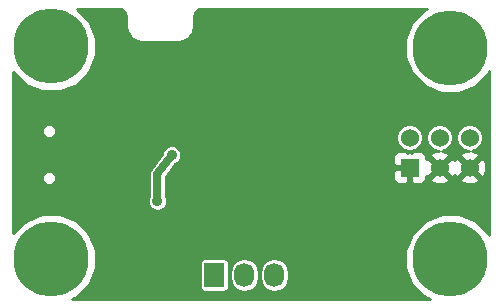
<source format=gbl>
G04 #@! TF.FileFunction,Copper,L2,Bot,Signal*
%FSLAX46Y46*%
G04 Gerber Fmt 4.6, Leading zero omitted, Abs format (unit mm)*
G04 Created by KiCad (PCBNEW (after 2015-mar-04 BZR unknown)-product) date 12/26/2015 8:30:32 PM*
%MOMM*%
G01*
G04 APERTURE LIST*
%ADD10C,0.150000*%
%ADD11C,6.350000*%
%ADD12R,1.524000X1.524000*%
%ADD13C,1.524000*%
%ADD14R,1.727200X2.032000*%
%ADD15O,1.727200X2.032000*%
%ADD16C,0.889000*%
%ADD17C,0.254000*%
%ADD18C,0.635000*%
G04 APERTURE END LIST*
D10*
D11*
X43600000Y-38600000D03*
X43600000Y-56600000D03*
X77400000Y-56600000D03*
X77400000Y-38700000D03*
D12*
X73940200Y-48849600D03*
D13*
X73940200Y-46309600D03*
X76480200Y-48849600D03*
X76480200Y-46309600D03*
X79020200Y-48849600D03*
X79020200Y-46309600D03*
D14*
X57410000Y-57950000D03*
D15*
X59950000Y-57950000D03*
X62490000Y-57950000D03*
D16*
X69485400Y-53011000D03*
X67504200Y-53036400D03*
X62932200Y-38533000D03*
X61967000Y-39371200D03*
X51705400Y-43028800D03*
X56300000Y-47300000D03*
X47463600Y-54179400D03*
X62500000Y-47800000D03*
X45076000Y-50090000D03*
X68200000Y-36700000D03*
X57600000Y-49600000D03*
X53800000Y-47800000D03*
X52598220Y-51701780D03*
D17*
X62932200Y-38533000D02*
X62932200Y-38507600D01*
D18*
X52598220Y-51701780D02*
X52598220Y-49401780D01*
X52598220Y-49401780D02*
X53800000Y-47800000D01*
D17*
G36*
X80694800Y-54596993D02*
X80631844Y-54444628D01*
X80429344Y-54241774D01*
X80429344Y-49057298D01*
X80401562Y-48502232D01*
X80242597Y-48118457D01*
X80163398Y-48095740D01*
X80163398Y-46083241D01*
X79989754Y-45662988D01*
X79668503Y-45341177D01*
X79248554Y-45166799D01*
X78793841Y-45166402D01*
X78373588Y-45340046D01*
X78051777Y-45661297D01*
X77877399Y-46081246D01*
X77877002Y-46535959D01*
X78050646Y-46956212D01*
X78371897Y-47278023D01*
X78791846Y-47452401D01*
X78985860Y-47452570D01*
X78672832Y-47468238D01*
X78289057Y-47627203D01*
X78219592Y-47869387D01*
X79020200Y-48669995D01*
X79820808Y-47869387D01*
X79751343Y-47627203D01*
X79253941Y-47449747D01*
X79666812Y-47279154D01*
X79988623Y-46957903D01*
X80163001Y-46537954D01*
X80163398Y-46083241D01*
X80163398Y-48095740D01*
X80000413Y-48048992D01*
X79199805Y-48849600D01*
X80000413Y-49650208D01*
X80242597Y-49580743D01*
X80429344Y-49057298D01*
X80429344Y-54241774D01*
X79820808Y-53632175D01*
X79820808Y-49829813D01*
X79020200Y-49029205D01*
X78840595Y-49208810D01*
X78840595Y-48849600D01*
X78039987Y-48048992D01*
X77797803Y-48118457D01*
X77753747Y-48241944D01*
X77702597Y-48118457D01*
X77623398Y-48095740D01*
X77623398Y-46083241D01*
X77449754Y-45662988D01*
X77128503Y-45341177D01*
X76708554Y-45166799D01*
X76253841Y-45166402D01*
X75833588Y-45340046D01*
X75511777Y-45661297D01*
X75337399Y-46081246D01*
X75337002Y-46535959D01*
X75510646Y-46956212D01*
X75831897Y-47278023D01*
X76251846Y-47452401D01*
X76445860Y-47452570D01*
X76132832Y-47468238D01*
X75749057Y-47627203D01*
X75679592Y-47869387D01*
X76480200Y-48669995D01*
X77280808Y-47869387D01*
X77211343Y-47627203D01*
X76713941Y-47449747D01*
X77126812Y-47279154D01*
X77448623Y-46957903D01*
X77623001Y-46537954D01*
X77623398Y-46083241D01*
X77623398Y-48095740D01*
X77460413Y-48048992D01*
X76659805Y-48849600D01*
X77460413Y-49650208D01*
X77702597Y-49580743D01*
X77746652Y-49457255D01*
X77797803Y-49580743D01*
X78039987Y-49650208D01*
X78840595Y-48849600D01*
X78840595Y-49208810D01*
X78219592Y-49829813D01*
X78289057Y-50071997D01*
X78812502Y-50258744D01*
X79367568Y-50230962D01*
X79751343Y-50071997D01*
X79820808Y-49829813D01*
X79820808Y-53632175D01*
X79561009Y-53371923D01*
X78161181Y-52790663D01*
X77280808Y-52789894D01*
X77280808Y-49829813D01*
X76480200Y-49029205D01*
X76300595Y-49208810D01*
X76300595Y-48849600D01*
X75499987Y-48048992D01*
X75337200Y-48095683D01*
X75337200Y-47961290D01*
X75240527Y-47727901D01*
X75083398Y-47570772D01*
X75061898Y-47549273D01*
X74828509Y-47452600D01*
X74225950Y-47452600D01*
X74067202Y-47611348D01*
X74067202Y-47452711D01*
X74166559Y-47452798D01*
X74586812Y-47279154D01*
X74908623Y-46957903D01*
X75083001Y-46537954D01*
X75083398Y-46083241D01*
X74909754Y-45662988D01*
X74588503Y-45341177D01*
X74168554Y-45166799D01*
X73713841Y-45166402D01*
X73293588Y-45340046D01*
X72971777Y-45661297D01*
X72797399Y-46081246D01*
X72797002Y-46535959D01*
X72970646Y-46956212D01*
X73291897Y-47278023D01*
X73711846Y-47452401D01*
X73939775Y-47452600D01*
X73813198Y-47452600D01*
X73813198Y-47611348D01*
X73654450Y-47452600D01*
X73051891Y-47452600D01*
X72818502Y-47549273D01*
X72639873Y-47727901D01*
X72543200Y-47961290D01*
X72543200Y-48213909D01*
X72543200Y-48563850D01*
X72701950Y-48722600D01*
X73813200Y-48722600D01*
X73813200Y-48702600D01*
X74067200Y-48702600D01*
X74067200Y-48722600D01*
X74087200Y-48722600D01*
X74087200Y-48976600D01*
X74067200Y-48976600D01*
X74067200Y-50087850D01*
X74225950Y-50246600D01*
X74828509Y-50246600D01*
X75061898Y-50149927D01*
X75240527Y-49971299D01*
X75337200Y-49737910D01*
X75337200Y-49603516D01*
X75499987Y-49650208D01*
X76300595Y-48849600D01*
X76300595Y-49208810D01*
X75679592Y-49829813D01*
X75749057Y-50071997D01*
X76272502Y-50258744D01*
X76827568Y-50230962D01*
X77211343Y-50071997D01*
X77280808Y-49829813D01*
X77280808Y-52789894D01*
X76645469Y-52789340D01*
X75244628Y-53368156D01*
X74171923Y-54438991D01*
X73813200Y-55302890D01*
X73813200Y-50087850D01*
X73813200Y-48976600D01*
X72701950Y-48976600D01*
X72543200Y-49135350D01*
X72543200Y-49485291D01*
X72543200Y-49737910D01*
X72639873Y-49971299D01*
X72818502Y-50149927D01*
X73051891Y-50246600D01*
X73654450Y-50246600D01*
X73813200Y-50087850D01*
X73813200Y-55302890D01*
X73590663Y-55838819D01*
X73589340Y-57354531D01*
X74168156Y-58755372D01*
X75238991Y-59828077D01*
X75640504Y-59994800D01*
X63734600Y-59994800D01*
X63734600Y-58129769D01*
X63734600Y-57770231D01*
X63639860Y-57293943D01*
X63370065Y-56890166D01*
X62966288Y-56620371D01*
X62490000Y-56525631D01*
X62013712Y-56620371D01*
X61609935Y-56890166D01*
X61340140Y-57293943D01*
X61245400Y-57770231D01*
X61245400Y-58129769D01*
X61340140Y-58606057D01*
X61609935Y-59009834D01*
X62013712Y-59279629D01*
X62490000Y-59374369D01*
X62966288Y-59279629D01*
X63370065Y-59009834D01*
X63639860Y-58606057D01*
X63734600Y-58129769D01*
X63734600Y-59994800D01*
X61194600Y-59994800D01*
X61194600Y-58129769D01*
X61194600Y-57770231D01*
X61099860Y-57293943D01*
X60830065Y-56890166D01*
X60426288Y-56620371D01*
X59950000Y-56525631D01*
X59473712Y-56620371D01*
X59069935Y-56890166D01*
X58800140Y-57293943D01*
X58705400Y-57770231D01*
X58705400Y-58129769D01*
X58800140Y-58606057D01*
X59069935Y-59009834D01*
X59473712Y-59279629D01*
X59950000Y-59374369D01*
X60426288Y-59279629D01*
X60830065Y-59009834D01*
X61099860Y-58606057D01*
X61194600Y-58129769D01*
X61194600Y-59994800D01*
X58662064Y-59994800D01*
X58662064Y-58966000D01*
X58662064Y-56934000D01*
X58633878Y-56788726D01*
X58550004Y-56661044D01*
X58423384Y-56575574D01*
X58273600Y-56545536D01*
X56546400Y-56545536D01*
X56401126Y-56573722D01*
X56273444Y-56657596D01*
X56187974Y-56784216D01*
X56157936Y-56934000D01*
X56157936Y-58966000D01*
X56186122Y-59111274D01*
X56269996Y-59238956D01*
X56396616Y-59324426D01*
X56546400Y-59354464D01*
X58273600Y-59354464D01*
X58418874Y-59326278D01*
X58546556Y-59242404D01*
X58632026Y-59115784D01*
X58662064Y-58966000D01*
X58662064Y-59994800D01*
X54625643Y-59994800D01*
X54625643Y-47636518D01*
X54500233Y-47333002D01*
X54268219Y-47100583D01*
X53964923Y-46974643D01*
X53636518Y-46974357D01*
X53333002Y-47099767D01*
X53100583Y-47331781D01*
X52974643Y-47635077D01*
X52974554Y-47736295D01*
X52039495Y-48982581D01*
X52001583Y-49061600D01*
X51952890Y-49134476D01*
X51943165Y-49183363D01*
X51921604Y-49228305D01*
X51916818Y-49315820D01*
X51899720Y-49401780D01*
X51899720Y-51232645D01*
X51898803Y-51233561D01*
X51772863Y-51536857D01*
X51772577Y-51865262D01*
X51897987Y-52168778D01*
X52130001Y-52401197D01*
X52433297Y-52527137D01*
X52761702Y-52527423D01*
X53065218Y-52402013D01*
X53297637Y-52169999D01*
X53423577Y-51866703D01*
X53423863Y-51538298D01*
X53298453Y-51234782D01*
X53296720Y-51233045D01*
X53296720Y-49634681D01*
X54094348Y-48571570D01*
X54266998Y-48500233D01*
X54499417Y-48268219D01*
X54625357Y-47964923D01*
X54625643Y-47636518D01*
X54625643Y-59994800D01*
X45360988Y-59994800D01*
X45755372Y-59831844D01*
X46828077Y-58761009D01*
X47409337Y-57361181D01*
X47410660Y-55845469D01*
X46831844Y-54444628D01*
X45761009Y-53371923D01*
X44361181Y-52790663D01*
X43995305Y-52790343D01*
X43995305Y-49630146D01*
X43995305Y-45630146D01*
X43903363Y-45407629D01*
X43733266Y-45237235D01*
X43510910Y-45144905D01*
X43270146Y-45144695D01*
X43047629Y-45236637D01*
X42877235Y-45406734D01*
X42784905Y-45629090D01*
X42784695Y-45869854D01*
X42876637Y-46092371D01*
X43046734Y-46262765D01*
X43269090Y-46355095D01*
X43509854Y-46355305D01*
X43732371Y-46263363D01*
X43902765Y-46093266D01*
X43995095Y-45870910D01*
X43995305Y-45630146D01*
X43995305Y-49630146D01*
X43903363Y-49407629D01*
X43733266Y-49237235D01*
X43510910Y-49144905D01*
X43270146Y-49144695D01*
X43047629Y-49236637D01*
X42877235Y-49406734D01*
X42784905Y-49629090D01*
X42784695Y-49869854D01*
X42876637Y-50092371D01*
X43046734Y-50262765D01*
X43269090Y-50355095D01*
X43509854Y-50355305D01*
X43732371Y-50263363D01*
X43902765Y-50093266D01*
X43995095Y-49870910D01*
X43995305Y-49630146D01*
X43995305Y-52790343D01*
X42845469Y-52789340D01*
X41444628Y-53368156D01*
X40405200Y-54405772D01*
X40405200Y-40792480D01*
X41438991Y-41828077D01*
X42838819Y-42409337D01*
X44354531Y-42410660D01*
X45755372Y-41831844D01*
X46828077Y-40761009D01*
X47409337Y-39361181D01*
X47410660Y-37845469D01*
X46831844Y-36444628D01*
X45794227Y-35405200D01*
X49280093Y-35405200D01*
X49544580Y-35457809D01*
X49734972Y-35585024D01*
X49862190Y-35775419D01*
X49914800Y-36039906D01*
X49914800Y-36800000D01*
X49922586Y-36839142D01*
X49922586Y-36889050D01*
X49998705Y-37271732D01*
X49998706Y-37271734D01*
X50059208Y-37417800D01*
X50275981Y-37742224D01*
X50387775Y-37854018D01*
X50387776Y-37854019D01*
X50712199Y-38070790D01*
X50712200Y-38070791D01*
X50712201Y-38070792D01*
X50797764Y-38106233D01*
X50858266Y-38131294D01*
X50858267Y-38131294D01*
X51240950Y-38207414D01*
X51280857Y-38207414D01*
X51320000Y-38215200D01*
X54320000Y-38215200D01*
X54359142Y-38207414D01*
X54399050Y-38207414D01*
X54781732Y-38131294D01*
X54781733Y-38131294D01*
X54781734Y-38131294D01*
X54927799Y-38070792D01*
X54927800Y-38070792D01*
X55252224Y-37854019D01*
X55252224Y-37854018D01*
X55364018Y-37742225D01*
X55364018Y-37742224D01*
X55364019Y-37742224D01*
X55580790Y-37417800D01*
X55580791Y-37417800D01*
X55580792Y-37417799D01*
X55616233Y-37332236D01*
X55641294Y-37271734D01*
X55641294Y-37271733D01*
X55717414Y-36889050D01*
X55717414Y-36730949D01*
X55715200Y-36725603D01*
X55715200Y-36039906D01*
X55767809Y-35775419D01*
X55895024Y-35585027D01*
X56085419Y-35457809D01*
X56349906Y-35405200D01*
X75396993Y-35405200D01*
X75244628Y-35468156D01*
X74171923Y-36538991D01*
X73590663Y-37938819D01*
X73589340Y-39454531D01*
X74168156Y-40855372D01*
X75238991Y-41928077D01*
X76638819Y-42509337D01*
X78154531Y-42510660D01*
X79555372Y-41931844D01*
X80628077Y-40861009D01*
X80694800Y-40700322D01*
X80694800Y-54596993D01*
X80694800Y-54596993D01*
G37*
X80694800Y-54596993D02*
X80631844Y-54444628D01*
X80429344Y-54241774D01*
X80429344Y-49057298D01*
X80401562Y-48502232D01*
X80242597Y-48118457D01*
X80163398Y-48095740D01*
X80163398Y-46083241D01*
X79989754Y-45662988D01*
X79668503Y-45341177D01*
X79248554Y-45166799D01*
X78793841Y-45166402D01*
X78373588Y-45340046D01*
X78051777Y-45661297D01*
X77877399Y-46081246D01*
X77877002Y-46535959D01*
X78050646Y-46956212D01*
X78371897Y-47278023D01*
X78791846Y-47452401D01*
X78985860Y-47452570D01*
X78672832Y-47468238D01*
X78289057Y-47627203D01*
X78219592Y-47869387D01*
X79020200Y-48669995D01*
X79820808Y-47869387D01*
X79751343Y-47627203D01*
X79253941Y-47449747D01*
X79666812Y-47279154D01*
X79988623Y-46957903D01*
X80163001Y-46537954D01*
X80163398Y-46083241D01*
X80163398Y-48095740D01*
X80000413Y-48048992D01*
X79199805Y-48849600D01*
X80000413Y-49650208D01*
X80242597Y-49580743D01*
X80429344Y-49057298D01*
X80429344Y-54241774D01*
X79820808Y-53632175D01*
X79820808Y-49829813D01*
X79020200Y-49029205D01*
X78840595Y-49208810D01*
X78840595Y-48849600D01*
X78039987Y-48048992D01*
X77797803Y-48118457D01*
X77753747Y-48241944D01*
X77702597Y-48118457D01*
X77623398Y-48095740D01*
X77623398Y-46083241D01*
X77449754Y-45662988D01*
X77128503Y-45341177D01*
X76708554Y-45166799D01*
X76253841Y-45166402D01*
X75833588Y-45340046D01*
X75511777Y-45661297D01*
X75337399Y-46081246D01*
X75337002Y-46535959D01*
X75510646Y-46956212D01*
X75831897Y-47278023D01*
X76251846Y-47452401D01*
X76445860Y-47452570D01*
X76132832Y-47468238D01*
X75749057Y-47627203D01*
X75679592Y-47869387D01*
X76480200Y-48669995D01*
X77280808Y-47869387D01*
X77211343Y-47627203D01*
X76713941Y-47449747D01*
X77126812Y-47279154D01*
X77448623Y-46957903D01*
X77623001Y-46537954D01*
X77623398Y-46083241D01*
X77623398Y-48095740D01*
X77460413Y-48048992D01*
X76659805Y-48849600D01*
X77460413Y-49650208D01*
X77702597Y-49580743D01*
X77746652Y-49457255D01*
X77797803Y-49580743D01*
X78039987Y-49650208D01*
X78840595Y-48849600D01*
X78840595Y-49208810D01*
X78219592Y-49829813D01*
X78289057Y-50071997D01*
X78812502Y-50258744D01*
X79367568Y-50230962D01*
X79751343Y-50071997D01*
X79820808Y-49829813D01*
X79820808Y-53632175D01*
X79561009Y-53371923D01*
X78161181Y-52790663D01*
X77280808Y-52789894D01*
X77280808Y-49829813D01*
X76480200Y-49029205D01*
X76300595Y-49208810D01*
X76300595Y-48849600D01*
X75499987Y-48048992D01*
X75337200Y-48095683D01*
X75337200Y-47961290D01*
X75240527Y-47727901D01*
X75083398Y-47570772D01*
X75061898Y-47549273D01*
X74828509Y-47452600D01*
X74225950Y-47452600D01*
X74067202Y-47611348D01*
X74067202Y-47452711D01*
X74166559Y-47452798D01*
X74586812Y-47279154D01*
X74908623Y-46957903D01*
X75083001Y-46537954D01*
X75083398Y-46083241D01*
X74909754Y-45662988D01*
X74588503Y-45341177D01*
X74168554Y-45166799D01*
X73713841Y-45166402D01*
X73293588Y-45340046D01*
X72971777Y-45661297D01*
X72797399Y-46081246D01*
X72797002Y-46535959D01*
X72970646Y-46956212D01*
X73291897Y-47278023D01*
X73711846Y-47452401D01*
X73939775Y-47452600D01*
X73813198Y-47452600D01*
X73813198Y-47611348D01*
X73654450Y-47452600D01*
X73051891Y-47452600D01*
X72818502Y-47549273D01*
X72639873Y-47727901D01*
X72543200Y-47961290D01*
X72543200Y-48213909D01*
X72543200Y-48563850D01*
X72701950Y-48722600D01*
X73813200Y-48722600D01*
X73813200Y-48702600D01*
X74067200Y-48702600D01*
X74067200Y-48722600D01*
X74087200Y-48722600D01*
X74087200Y-48976600D01*
X74067200Y-48976600D01*
X74067200Y-50087850D01*
X74225950Y-50246600D01*
X74828509Y-50246600D01*
X75061898Y-50149927D01*
X75240527Y-49971299D01*
X75337200Y-49737910D01*
X75337200Y-49603516D01*
X75499987Y-49650208D01*
X76300595Y-48849600D01*
X76300595Y-49208810D01*
X75679592Y-49829813D01*
X75749057Y-50071997D01*
X76272502Y-50258744D01*
X76827568Y-50230962D01*
X77211343Y-50071997D01*
X77280808Y-49829813D01*
X77280808Y-52789894D01*
X76645469Y-52789340D01*
X75244628Y-53368156D01*
X74171923Y-54438991D01*
X73813200Y-55302890D01*
X73813200Y-50087850D01*
X73813200Y-48976600D01*
X72701950Y-48976600D01*
X72543200Y-49135350D01*
X72543200Y-49485291D01*
X72543200Y-49737910D01*
X72639873Y-49971299D01*
X72818502Y-50149927D01*
X73051891Y-50246600D01*
X73654450Y-50246600D01*
X73813200Y-50087850D01*
X73813200Y-55302890D01*
X73590663Y-55838819D01*
X73589340Y-57354531D01*
X74168156Y-58755372D01*
X75238991Y-59828077D01*
X75640504Y-59994800D01*
X63734600Y-59994800D01*
X63734600Y-58129769D01*
X63734600Y-57770231D01*
X63639860Y-57293943D01*
X63370065Y-56890166D01*
X62966288Y-56620371D01*
X62490000Y-56525631D01*
X62013712Y-56620371D01*
X61609935Y-56890166D01*
X61340140Y-57293943D01*
X61245400Y-57770231D01*
X61245400Y-58129769D01*
X61340140Y-58606057D01*
X61609935Y-59009834D01*
X62013712Y-59279629D01*
X62490000Y-59374369D01*
X62966288Y-59279629D01*
X63370065Y-59009834D01*
X63639860Y-58606057D01*
X63734600Y-58129769D01*
X63734600Y-59994800D01*
X61194600Y-59994800D01*
X61194600Y-58129769D01*
X61194600Y-57770231D01*
X61099860Y-57293943D01*
X60830065Y-56890166D01*
X60426288Y-56620371D01*
X59950000Y-56525631D01*
X59473712Y-56620371D01*
X59069935Y-56890166D01*
X58800140Y-57293943D01*
X58705400Y-57770231D01*
X58705400Y-58129769D01*
X58800140Y-58606057D01*
X59069935Y-59009834D01*
X59473712Y-59279629D01*
X59950000Y-59374369D01*
X60426288Y-59279629D01*
X60830065Y-59009834D01*
X61099860Y-58606057D01*
X61194600Y-58129769D01*
X61194600Y-59994800D01*
X58662064Y-59994800D01*
X58662064Y-58966000D01*
X58662064Y-56934000D01*
X58633878Y-56788726D01*
X58550004Y-56661044D01*
X58423384Y-56575574D01*
X58273600Y-56545536D01*
X56546400Y-56545536D01*
X56401126Y-56573722D01*
X56273444Y-56657596D01*
X56187974Y-56784216D01*
X56157936Y-56934000D01*
X56157936Y-58966000D01*
X56186122Y-59111274D01*
X56269996Y-59238956D01*
X56396616Y-59324426D01*
X56546400Y-59354464D01*
X58273600Y-59354464D01*
X58418874Y-59326278D01*
X58546556Y-59242404D01*
X58632026Y-59115784D01*
X58662064Y-58966000D01*
X58662064Y-59994800D01*
X54625643Y-59994800D01*
X54625643Y-47636518D01*
X54500233Y-47333002D01*
X54268219Y-47100583D01*
X53964923Y-46974643D01*
X53636518Y-46974357D01*
X53333002Y-47099767D01*
X53100583Y-47331781D01*
X52974643Y-47635077D01*
X52974554Y-47736295D01*
X52039495Y-48982581D01*
X52001583Y-49061600D01*
X51952890Y-49134476D01*
X51943165Y-49183363D01*
X51921604Y-49228305D01*
X51916818Y-49315820D01*
X51899720Y-49401780D01*
X51899720Y-51232645D01*
X51898803Y-51233561D01*
X51772863Y-51536857D01*
X51772577Y-51865262D01*
X51897987Y-52168778D01*
X52130001Y-52401197D01*
X52433297Y-52527137D01*
X52761702Y-52527423D01*
X53065218Y-52402013D01*
X53297637Y-52169999D01*
X53423577Y-51866703D01*
X53423863Y-51538298D01*
X53298453Y-51234782D01*
X53296720Y-51233045D01*
X53296720Y-49634681D01*
X54094348Y-48571570D01*
X54266998Y-48500233D01*
X54499417Y-48268219D01*
X54625357Y-47964923D01*
X54625643Y-47636518D01*
X54625643Y-59994800D01*
X45360988Y-59994800D01*
X45755372Y-59831844D01*
X46828077Y-58761009D01*
X47409337Y-57361181D01*
X47410660Y-55845469D01*
X46831844Y-54444628D01*
X45761009Y-53371923D01*
X44361181Y-52790663D01*
X43995305Y-52790343D01*
X43995305Y-49630146D01*
X43995305Y-45630146D01*
X43903363Y-45407629D01*
X43733266Y-45237235D01*
X43510910Y-45144905D01*
X43270146Y-45144695D01*
X43047629Y-45236637D01*
X42877235Y-45406734D01*
X42784905Y-45629090D01*
X42784695Y-45869854D01*
X42876637Y-46092371D01*
X43046734Y-46262765D01*
X43269090Y-46355095D01*
X43509854Y-46355305D01*
X43732371Y-46263363D01*
X43902765Y-46093266D01*
X43995095Y-45870910D01*
X43995305Y-45630146D01*
X43995305Y-49630146D01*
X43903363Y-49407629D01*
X43733266Y-49237235D01*
X43510910Y-49144905D01*
X43270146Y-49144695D01*
X43047629Y-49236637D01*
X42877235Y-49406734D01*
X42784905Y-49629090D01*
X42784695Y-49869854D01*
X42876637Y-50092371D01*
X43046734Y-50262765D01*
X43269090Y-50355095D01*
X43509854Y-50355305D01*
X43732371Y-50263363D01*
X43902765Y-50093266D01*
X43995095Y-49870910D01*
X43995305Y-49630146D01*
X43995305Y-52790343D01*
X42845469Y-52789340D01*
X41444628Y-53368156D01*
X40405200Y-54405772D01*
X40405200Y-40792480D01*
X41438991Y-41828077D01*
X42838819Y-42409337D01*
X44354531Y-42410660D01*
X45755372Y-41831844D01*
X46828077Y-40761009D01*
X47409337Y-39361181D01*
X47410660Y-37845469D01*
X46831844Y-36444628D01*
X45794227Y-35405200D01*
X49280093Y-35405200D01*
X49544580Y-35457809D01*
X49734972Y-35585024D01*
X49862190Y-35775419D01*
X49914800Y-36039906D01*
X49914800Y-36800000D01*
X49922586Y-36839142D01*
X49922586Y-36889050D01*
X49998705Y-37271732D01*
X49998706Y-37271734D01*
X50059208Y-37417800D01*
X50275981Y-37742224D01*
X50387775Y-37854018D01*
X50387776Y-37854019D01*
X50712199Y-38070790D01*
X50712200Y-38070791D01*
X50712201Y-38070792D01*
X50797764Y-38106233D01*
X50858266Y-38131294D01*
X50858267Y-38131294D01*
X51240950Y-38207414D01*
X51280857Y-38207414D01*
X51320000Y-38215200D01*
X54320000Y-38215200D01*
X54359142Y-38207414D01*
X54399050Y-38207414D01*
X54781732Y-38131294D01*
X54781733Y-38131294D01*
X54781734Y-38131294D01*
X54927799Y-38070792D01*
X54927800Y-38070792D01*
X55252224Y-37854019D01*
X55252224Y-37854018D01*
X55364018Y-37742225D01*
X55364018Y-37742224D01*
X55364019Y-37742224D01*
X55580790Y-37417800D01*
X55580791Y-37417800D01*
X55580792Y-37417799D01*
X55616233Y-37332236D01*
X55641294Y-37271734D01*
X55641294Y-37271733D01*
X55717414Y-36889050D01*
X55717414Y-36730949D01*
X55715200Y-36725603D01*
X55715200Y-36039906D01*
X55767809Y-35775419D01*
X55895024Y-35585027D01*
X56085419Y-35457809D01*
X56349906Y-35405200D01*
X75396993Y-35405200D01*
X75244628Y-35468156D01*
X74171923Y-36538991D01*
X73590663Y-37938819D01*
X73589340Y-39454531D01*
X74168156Y-40855372D01*
X75238991Y-41928077D01*
X76638819Y-42509337D01*
X78154531Y-42510660D01*
X79555372Y-41931844D01*
X80628077Y-40861009D01*
X80694800Y-40700322D01*
X80694800Y-54596993D01*
M02*

</source>
